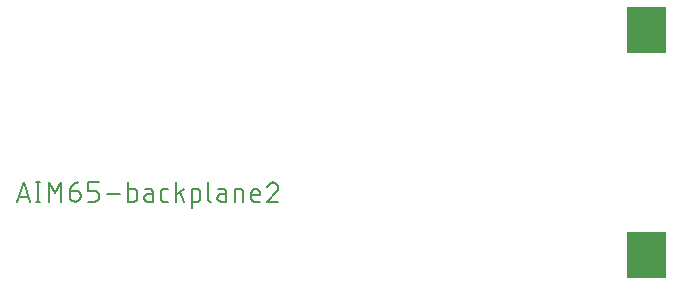
<source format=gto>
G04 EAGLE Gerber RS-274X export*
G75*
%MOMM*%
%FSLAX34Y34*%
%LPD*%
%INSilkscreen Top*%
%IPPOS*%
%AMOC8*
5,1,8,0,0,1.08239X$1,22.5*%
G01*
%ADD10C,0.152400*%

G36*
X981013Y240677D02*
X981013Y240677D01*
X981079Y240679D01*
X981122Y240697D01*
X981169Y240705D01*
X981226Y240739D01*
X981286Y240764D01*
X981321Y240795D01*
X981362Y240820D01*
X981404Y240871D01*
X981452Y240915D01*
X981474Y240957D01*
X981503Y240994D01*
X981524Y241056D01*
X981555Y241115D01*
X981563Y241169D01*
X981575Y241206D01*
X981574Y241246D01*
X981582Y241300D01*
X981582Y279400D01*
X981571Y279465D01*
X981569Y279531D01*
X981551Y279574D01*
X981543Y279621D01*
X981509Y279678D01*
X981484Y279738D01*
X981453Y279773D01*
X981428Y279814D01*
X981377Y279856D01*
X981333Y279904D01*
X981291Y279926D01*
X981254Y279955D01*
X981192Y279976D01*
X981133Y280007D01*
X981079Y280015D01*
X981042Y280027D01*
X981002Y280026D01*
X980948Y280034D01*
X949198Y280034D01*
X949133Y280023D01*
X949067Y280021D01*
X949024Y280003D01*
X948977Y279995D01*
X948920Y279961D01*
X948860Y279936D01*
X948825Y279905D01*
X948784Y279880D01*
X948743Y279829D01*
X948694Y279785D01*
X948672Y279743D01*
X948643Y279706D01*
X948622Y279644D01*
X948591Y279585D01*
X948583Y279531D01*
X948571Y279494D01*
X948572Y279454D01*
X948571Y279450D01*
X948571Y279449D01*
X948571Y279447D01*
X948564Y279400D01*
X948564Y241300D01*
X948575Y241235D01*
X948577Y241169D01*
X948595Y241126D01*
X948603Y241079D01*
X948637Y241022D01*
X948662Y240962D01*
X948693Y240927D01*
X948718Y240886D01*
X948769Y240845D01*
X948813Y240796D01*
X948855Y240774D01*
X948892Y240745D01*
X948954Y240724D01*
X949013Y240693D01*
X949067Y240685D01*
X949104Y240673D01*
X949144Y240674D01*
X949198Y240666D01*
X980948Y240666D01*
X981013Y240677D01*
G37*
G36*
X981013Y50177D02*
X981013Y50177D01*
X981079Y50179D01*
X981122Y50197D01*
X981169Y50205D01*
X981226Y50239D01*
X981286Y50264D01*
X981321Y50295D01*
X981362Y50320D01*
X981404Y50371D01*
X981452Y50415D01*
X981474Y50457D01*
X981503Y50494D01*
X981524Y50556D01*
X981555Y50615D01*
X981563Y50669D01*
X981575Y50706D01*
X981574Y50746D01*
X981582Y50800D01*
X981582Y88900D01*
X981571Y88965D01*
X981569Y89031D01*
X981551Y89074D01*
X981543Y89121D01*
X981509Y89178D01*
X981484Y89238D01*
X981453Y89273D01*
X981428Y89314D01*
X981377Y89356D01*
X981333Y89404D01*
X981291Y89426D01*
X981254Y89455D01*
X981192Y89476D01*
X981133Y89507D01*
X981079Y89515D01*
X981042Y89527D01*
X981002Y89526D01*
X980948Y89534D01*
X949198Y89534D01*
X949133Y89523D01*
X949067Y89521D01*
X949024Y89503D01*
X948977Y89495D01*
X948920Y89461D01*
X948860Y89436D01*
X948825Y89405D01*
X948784Y89380D01*
X948743Y89329D01*
X948694Y89285D01*
X948672Y89243D01*
X948643Y89206D01*
X948622Y89144D01*
X948591Y89085D01*
X948583Y89031D01*
X948571Y88994D01*
X948572Y88954D01*
X948571Y88950D01*
X948571Y88949D01*
X948571Y88947D01*
X948564Y88900D01*
X948564Y50800D01*
X948575Y50735D01*
X948577Y50669D01*
X948595Y50626D01*
X948603Y50579D01*
X948637Y50522D01*
X948662Y50462D01*
X948693Y50427D01*
X948718Y50386D01*
X948769Y50345D01*
X948813Y50296D01*
X948855Y50274D01*
X948892Y50245D01*
X948954Y50224D01*
X949013Y50193D01*
X949067Y50185D01*
X949104Y50173D01*
X949144Y50174D01*
X949198Y50166D01*
X980948Y50166D01*
X981013Y50177D01*
G37*
D10*
X432562Y115062D02*
X437981Y131318D01*
X443399Y115062D01*
X442045Y119126D02*
X433917Y119126D01*
X450486Y115062D02*
X450486Y131318D01*
X448679Y115062D02*
X452292Y115062D01*
X452292Y131318D02*
X448679Y131318D01*
X459135Y131318D02*
X459135Y115062D01*
X464554Y122287D02*
X459135Y131318D01*
X464554Y122287D02*
X469972Y131318D01*
X469972Y115062D01*
X477233Y124093D02*
X482651Y124093D01*
X482769Y124091D01*
X482887Y124085D01*
X483005Y124076D01*
X483122Y124062D01*
X483239Y124045D01*
X483356Y124024D01*
X483471Y123999D01*
X483586Y123970D01*
X483700Y123937D01*
X483812Y123901D01*
X483923Y123861D01*
X484033Y123818D01*
X484142Y123771D01*
X484249Y123721D01*
X484354Y123666D01*
X484457Y123609D01*
X484558Y123548D01*
X484658Y123484D01*
X484755Y123417D01*
X484850Y123347D01*
X484942Y123273D01*
X485033Y123197D01*
X485120Y123117D01*
X485205Y123035D01*
X485287Y122950D01*
X485367Y122863D01*
X485443Y122772D01*
X485517Y122680D01*
X485587Y122585D01*
X485654Y122488D01*
X485718Y122388D01*
X485779Y122287D01*
X485836Y122184D01*
X485891Y122079D01*
X485941Y121972D01*
X485988Y121863D01*
X486031Y121753D01*
X486071Y121642D01*
X486107Y121530D01*
X486140Y121416D01*
X486169Y121301D01*
X486194Y121186D01*
X486215Y121069D01*
X486232Y120952D01*
X486246Y120835D01*
X486255Y120717D01*
X486261Y120599D01*
X486263Y120481D01*
X486264Y120481D02*
X486264Y119578D01*
X486262Y119445D01*
X486256Y119313D01*
X486246Y119181D01*
X486233Y119049D01*
X486215Y118917D01*
X486194Y118787D01*
X486169Y118656D01*
X486140Y118527D01*
X486107Y118399D01*
X486071Y118271D01*
X486031Y118145D01*
X485987Y118020D01*
X485939Y117896D01*
X485888Y117774D01*
X485833Y117653D01*
X485775Y117534D01*
X485713Y117416D01*
X485648Y117301D01*
X485579Y117187D01*
X485508Y117076D01*
X485432Y116967D01*
X485354Y116860D01*
X485273Y116755D01*
X485188Y116653D01*
X485101Y116553D01*
X485011Y116456D01*
X484918Y116361D01*
X484822Y116270D01*
X484724Y116181D01*
X484623Y116095D01*
X484519Y116012D01*
X484413Y115932D01*
X484305Y115856D01*
X484195Y115782D01*
X484082Y115712D01*
X483968Y115645D01*
X483851Y115582D01*
X483733Y115522D01*
X483613Y115465D01*
X483491Y115412D01*
X483368Y115363D01*
X483244Y115317D01*
X483118Y115275D01*
X482991Y115237D01*
X482863Y115202D01*
X482734Y115171D01*
X482605Y115144D01*
X482474Y115121D01*
X482343Y115101D01*
X482211Y115086D01*
X482079Y115074D01*
X481947Y115066D01*
X481814Y115062D01*
X481682Y115062D01*
X481549Y115066D01*
X481417Y115074D01*
X481285Y115086D01*
X481153Y115101D01*
X481022Y115121D01*
X480891Y115144D01*
X480762Y115171D01*
X480633Y115202D01*
X480505Y115237D01*
X480378Y115275D01*
X480252Y115317D01*
X480128Y115363D01*
X480005Y115412D01*
X479883Y115465D01*
X479763Y115522D01*
X479645Y115582D01*
X479528Y115645D01*
X479414Y115712D01*
X479301Y115782D01*
X479191Y115856D01*
X479083Y115932D01*
X478977Y116012D01*
X478873Y116095D01*
X478772Y116181D01*
X478674Y116270D01*
X478578Y116361D01*
X478485Y116456D01*
X478395Y116553D01*
X478308Y116653D01*
X478223Y116755D01*
X478142Y116860D01*
X478064Y116967D01*
X477988Y117076D01*
X477917Y117187D01*
X477848Y117301D01*
X477783Y117416D01*
X477721Y117534D01*
X477663Y117653D01*
X477608Y117774D01*
X477557Y117896D01*
X477509Y118020D01*
X477465Y118145D01*
X477425Y118271D01*
X477389Y118399D01*
X477356Y118527D01*
X477327Y118656D01*
X477302Y118787D01*
X477281Y118917D01*
X477263Y119049D01*
X477250Y119181D01*
X477240Y119313D01*
X477234Y119445D01*
X477232Y119578D01*
X477233Y119578D02*
X477233Y124093D01*
X477232Y124093D02*
X477234Y124270D01*
X477241Y124448D01*
X477252Y124625D01*
X477267Y124801D01*
X477286Y124977D01*
X477310Y125153D01*
X477338Y125328D01*
X477371Y125503D01*
X477408Y125676D01*
X477449Y125849D01*
X477494Y126020D01*
X477543Y126190D01*
X477597Y126359D01*
X477654Y126527D01*
X477716Y126693D01*
X477782Y126858D01*
X477852Y127021D01*
X477926Y127182D01*
X478003Y127341D01*
X478085Y127499D01*
X478171Y127654D01*
X478260Y127807D01*
X478353Y127958D01*
X478450Y128107D01*
X478550Y128253D01*
X478654Y128397D01*
X478761Y128538D01*
X478872Y128676D01*
X478986Y128812D01*
X479104Y128945D01*
X479224Y129075D01*
X479348Y129202D01*
X479475Y129326D01*
X479605Y129446D01*
X479738Y129564D01*
X479873Y129678D01*
X480012Y129789D01*
X480153Y129896D01*
X480297Y130000D01*
X480443Y130100D01*
X480592Y130197D01*
X480743Y130290D01*
X480896Y130379D01*
X481051Y130465D01*
X481209Y130547D01*
X481368Y130624D01*
X481529Y130698D01*
X481692Y130768D01*
X481857Y130834D01*
X482023Y130896D01*
X482191Y130953D01*
X482360Y131007D01*
X482530Y131056D01*
X482701Y131101D01*
X482874Y131142D01*
X483047Y131179D01*
X483222Y131212D01*
X483397Y131240D01*
X483573Y131264D01*
X483749Y131283D01*
X483925Y131298D01*
X484102Y131309D01*
X484280Y131316D01*
X484457Y131318D01*
X492864Y115062D02*
X498282Y115062D01*
X498400Y115064D01*
X498518Y115070D01*
X498636Y115079D01*
X498753Y115093D01*
X498870Y115110D01*
X498987Y115131D01*
X499102Y115156D01*
X499217Y115185D01*
X499331Y115218D01*
X499443Y115254D01*
X499554Y115294D01*
X499664Y115337D01*
X499773Y115384D01*
X499880Y115434D01*
X499985Y115489D01*
X500088Y115546D01*
X500189Y115607D01*
X500289Y115671D01*
X500386Y115738D01*
X500481Y115808D01*
X500573Y115882D01*
X500664Y115958D01*
X500751Y116038D01*
X500836Y116120D01*
X500918Y116205D01*
X500998Y116292D01*
X501074Y116383D01*
X501148Y116475D01*
X501218Y116570D01*
X501285Y116667D01*
X501349Y116767D01*
X501410Y116868D01*
X501467Y116971D01*
X501522Y117076D01*
X501572Y117183D01*
X501619Y117292D01*
X501662Y117402D01*
X501702Y117513D01*
X501738Y117625D01*
X501771Y117739D01*
X501800Y117854D01*
X501825Y117969D01*
X501846Y118086D01*
X501863Y118203D01*
X501877Y118320D01*
X501886Y118438D01*
X501892Y118556D01*
X501894Y118674D01*
X501895Y118674D02*
X501895Y120481D01*
X501894Y120481D02*
X501892Y120599D01*
X501886Y120717D01*
X501877Y120835D01*
X501863Y120952D01*
X501846Y121069D01*
X501825Y121186D01*
X501800Y121301D01*
X501771Y121416D01*
X501738Y121530D01*
X501702Y121642D01*
X501662Y121753D01*
X501619Y121863D01*
X501572Y121972D01*
X501522Y122079D01*
X501467Y122184D01*
X501410Y122287D01*
X501349Y122388D01*
X501285Y122488D01*
X501218Y122585D01*
X501148Y122680D01*
X501074Y122772D01*
X500998Y122863D01*
X500918Y122950D01*
X500836Y123035D01*
X500751Y123117D01*
X500664Y123197D01*
X500573Y123273D01*
X500481Y123347D01*
X500386Y123417D01*
X500289Y123484D01*
X500189Y123548D01*
X500088Y123609D01*
X499985Y123666D01*
X499880Y123721D01*
X499773Y123771D01*
X499664Y123818D01*
X499554Y123861D01*
X499443Y123901D01*
X499331Y123937D01*
X499217Y123970D01*
X499102Y123999D01*
X498987Y124024D01*
X498870Y124045D01*
X498753Y124062D01*
X498636Y124076D01*
X498518Y124085D01*
X498400Y124091D01*
X498282Y124093D01*
X492864Y124093D01*
X492864Y131318D01*
X501895Y131318D01*
X508634Y121384D02*
X519471Y121384D01*
X526666Y115062D02*
X526666Y131318D01*
X526666Y115062D02*
X531181Y115062D01*
X531285Y115064D01*
X531388Y115070D01*
X531492Y115080D01*
X531595Y115094D01*
X531697Y115112D01*
X531798Y115133D01*
X531899Y115159D01*
X531998Y115188D01*
X532097Y115221D01*
X532194Y115258D01*
X532289Y115299D01*
X532383Y115343D01*
X532475Y115391D01*
X532565Y115442D01*
X532654Y115497D01*
X532740Y115555D01*
X532823Y115617D01*
X532905Y115681D01*
X532983Y115749D01*
X533059Y115819D01*
X533133Y115892D01*
X533203Y115969D01*
X533271Y116047D01*
X533335Y116129D01*
X533397Y116212D01*
X533455Y116298D01*
X533510Y116387D01*
X533561Y116477D01*
X533609Y116569D01*
X533653Y116663D01*
X533694Y116758D01*
X533731Y116855D01*
X533764Y116954D01*
X533793Y117053D01*
X533819Y117154D01*
X533840Y117255D01*
X533858Y117357D01*
X533872Y117460D01*
X533882Y117564D01*
X533888Y117667D01*
X533890Y117771D01*
X533891Y117771D02*
X533891Y123190D01*
X533890Y123190D02*
X533888Y123291D01*
X533882Y123392D01*
X533873Y123493D01*
X533860Y123594D01*
X533843Y123694D01*
X533822Y123793D01*
X533798Y123891D01*
X533770Y123988D01*
X533738Y124085D01*
X533703Y124180D01*
X533664Y124273D01*
X533622Y124365D01*
X533576Y124456D01*
X533527Y124545D01*
X533475Y124631D01*
X533419Y124716D01*
X533361Y124799D01*
X533299Y124879D01*
X533234Y124957D01*
X533167Y125033D01*
X533097Y125106D01*
X533024Y125176D01*
X532948Y125243D01*
X532870Y125308D01*
X532790Y125370D01*
X532707Y125428D01*
X532622Y125484D01*
X532536Y125536D01*
X532447Y125585D01*
X532356Y125631D01*
X532264Y125673D01*
X532171Y125712D01*
X532076Y125747D01*
X531979Y125779D01*
X531882Y125807D01*
X531784Y125831D01*
X531685Y125852D01*
X531585Y125869D01*
X531484Y125882D01*
X531383Y125891D01*
X531282Y125897D01*
X531181Y125899D01*
X526666Y125899D01*
X543227Y121384D02*
X547291Y121384D01*
X543227Y121384D02*
X543115Y121382D01*
X543004Y121376D01*
X542893Y121366D01*
X542782Y121353D01*
X542672Y121335D01*
X542563Y121313D01*
X542454Y121288D01*
X542346Y121259D01*
X542240Y121226D01*
X542134Y121189D01*
X542030Y121149D01*
X541928Y121105D01*
X541827Y121057D01*
X541728Y121006D01*
X541630Y120951D01*
X541535Y120893D01*
X541442Y120832D01*
X541351Y120767D01*
X541262Y120699D01*
X541176Y120628D01*
X541093Y120555D01*
X541012Y120478D01*
X540933Y120398D01*
X540858Y120316D01*
X540786Y120231D01*
X540716Y120144D01*
X540650Y120054D01*
X540587Y119962D01*
X540527Y119867D01*
X540471Y119771D01*
X540418Y119673D01*
X540369Y119573D01*
X540323Y119471D01*
X540281Y119368D01*
X540242Y119263D01*
X540207Y119157D01*
X540176Y119050D01*
X540149Y118942D01*
X540125Y118833D01*
X540106Y118723D01*
X540090Y118613D01*
X540078Y118502D01*
X540070Y118390D01*
X540066Y118279D01*
X540066Y118167D01*
X540070Y118056D01*
X540078Y117944D01*
X540090Y117833D01*
X540106Y117723D01*
X540125Y117613D01*
X540149Y117504D01*
X540176Y117396D01*
X540207Y117289D01*
X540242Y117183D01*
X540281Y117078D01*
X540323Y116975D01*
X540369Y116873D01*
X540418Y116773D01*
X540471Y116675D01*
X540527Y116579D01*
X540587Y116484D01*
X540650Y116392D01*
X540716Y116302D01*
X540786Y116215D01*
X540858Y116130D01*
X540933Y116048D01*
X541012Y115968D01*
X541093Y115891D01*
X541176Y115818D01*
X541262Y115747D01*
X541351Y115679D01*
X541442Y115614D01*
X541535Y115553D01*
X541630Y115495D01*
X541728Y115440D01*
X541827Y115389D01*
X541928Y115341D01*
X542030Y115297D01*
X542134Y115257D01*
X542240Y115220D01*
X542346Y115187D01*
X542454Y115158D01*
X542563Y115133D01*
X542672Y115111D01*
X542782Y115093D01*
X542893Y115080D01*
X543004Y115070D01*
X543115Y115064D01*
X543227Y115062D01*
X547291Y115062D01*
X547291Y123190D01*
X547289Y123291D01*
X547283Y123392D01*
X547274Y123493D01*
X547261Y123594D01*
X547244Y123694D01*
X547223Y123793D01*
X547199Y123891D01*
X547171Y123988D01*
X547139Y124085D01*
X547104Y124180D01*
X547065Y124273D01*
X547023Y124365D01*
X546977Y124456D01*
X546928Y124545D01*
X546876Y124631D01*
X546820Y124716D01*
X546762Y124799D01*
X546700Y124879D01*
X546635Y124957D01*
X546568Y125033D01*
X546498Y125106D01*
X546425Y125176D01*
X546349Y125243D01*
X546271Y125308D01*
X546191Y125370D01*
X546108Y125428D01*
X546023Y125484D01*
X545937Y125536D01*
X545848Y125585D01*
X545757Y125631D01*
X545665Y125673D01*
X545572Y125712D01*
X545477Y125747D01*
X545380Y125779D01*
X545283Y125807D01*
X545185Y125831D01*
X545086Y125852D01*
X544986Y125869D01*
X544885Y125882D01*
X544784Y125891D01*
X544683Y125897D01*
X544582Y125899D01*
X540969Y125899D01*
X556934Y115062D02*
X560547Y115062D01*
X556934Y115062D02*
X556833Y115064D01*
X556732Y115070D01*
X556631Y115079D01*
X556530Y115092D01*
X556430Y115109D01*
X556331Y115130D01*
X556233Y115154D01*
X556136Y115182D01*
X556039Y115214D01*
X555944Y115249D01*
X555851Y115288D01*
X555759Y115330D01*
X555668Y115376D01*
X555580Y115425D01*
X555493Y115477D01*
X555408Y115533D01*
X555325Y115591D01*
X555245Y115653D01*
X555167Y115718D01*
X555091Y115785D01*
X555018Y115855D01*
X554948Y115928D01*
X554881Y116004D01*
X554816Y116082D01*
X554754Y116162D01*
X554696Y116245D01*
X554640Y116330D01*
X554588Y116417D01*
X554539Y116505D01*
X554493Y116596D01*
X554451Y116688D01*
X554412Y116781D01*
X554377Y116876D01*
X554345Y116973D01*
X554317Y117070D01*
X554293Y117168D01*
X554272Y117267D01*
X554255Y117367D01*
X554242Y117468D01*
X554233Y117569D01*
X554227Y117670D01*
X554225Y117771D01*
X554225Y123190D01*
X554227Y123291D01*
X554233Y123392D01*
X554242Y123493D01*
X554255Y123594D01*
X554272Y123694D01*
X554293Y123793D01*
X554317Y123891D01*
X554345Y123988D01*
X554377Y124085D01*
X554412Y124180D01*
X554451Y124273D01*
X554493Y124365D01*
X554539Y124456D01*
X554588Y124545D01*
X554640Y124631D01*
X554696Y124716D01*
X554754Y124799D01*
X554816Y124879D01*
X554881Y124957D01*
X554948Y125033D01*
X555018Y125106D01*
X555091Y125176D01*
X555167Y125243D01*
X555245Y125308D01*
X555325Y125370D01*
X555408Y125428D01*
X555493Y125484D01*
X555580Y125536D01*
X555668Y125585D01*
X555759Y125631D01*
X555851Y125673D01*
X555944Y125712D01*
X556039Y125747D01*
X556136Y125779D01*
X556233Y125807D01*
X556331Y125831D01*
X556430Y125852D01*
X556530Y125869D01*
X556631Y125882D01*
X556732Y125891D01*
X556833Y125897D01*
X556934Y125899D01*
X560547Y125899D01*
X566881Y131318D02*
X566881Y115062D01*
X566881Y120481D02*
X574106Y125899D01*
X570042Y122738D02*
X574106Y115062D01*
X580333Y109643D02*
X580333Y125899D01*
X584848Y125899D01*
X584952Y125897D01*
X585055Y125891D01*
X585159Y125881D01*
X585262Y125867D01*
X585364Y125849D01*
X585465Y125828D01*
X585566Y125802D01*
X585665Y125773D01*
X585764Y125740D01*
X585861Y125703D01*
X585956Y125662D01*
X586050Y125618D01*
X586142Y125570D01*
X586232Y125519D01*
X586321Y125464D01*
X586407Y125406D01*
X586490Y125344D01*
X586572Y125280D01*
X586650Y125212D01*
X586726Y125142D01*
X586800Y125069D01*
X586870Y124992D01*
X586938Y124914D01*
X587002Y124832D01*
X587064Y124749D01*
X587122Y124663D01*
X587177Y124574D01*
X587228Y124484D01*
X587276Y124392D01*
X587320Y124298D01*
X587361Y124203D01*
X587398Y124106D01*
X587431Y124007D01*
X587460Y123908D01*
X587486Y123807D01*
X587507Y123706D01*
X587525Y123604D01*
X587539Y123501D01*
X587549Y123397D01*
X587555Y123294D01*
X587557Y123190D01*
X587558Y123190D02*
X587558Y117771D01*
X587557Y117771D02*
X587555Y117670D01*
X587549Y117569D01*
X587540Y117468D01*
X587527Y117367D01*
X587510Y117267D01*
X587489Y117168D01*
X587465Y117070D01*
X587437Y116973D01*
X587405Y116876D01*
X587370Y116781D01*
X587331Y116688D01*
X587289Y116596D01*
X587243Y116505D01*
X587194Y116416D01*
X587142Y116330D01*
X587086Y116245D01*
X587028Y116162D01*
X586966Y116082D01*
X586901Y116004D01*
X586834Y115928D01*
X586764Y115855D01*
X586691Y115785D01*
X586615Y115718D01*
X586537Y115653D01*
X586457Y115591D01*
X586374Y115533D01*
X586289Y115477D01*
X586203Y115425D01*
X586114Y115376D01*
X586023Y115330D01*
X585931Y115288D01*
X585838Y115249D01*
X585743Y115214D01*
X585646Y115182D01*
X585549Y115154D01*
X585451Y115130D01*
X585352Y115109D01*
X585252Y115092D01*
X585151Y115079D01*
X585050Y115070D01*
X584949Y115064D01*
X584848Y115062D01*
X580333Y115062D01*
X594044Y117771D02*
X594044Y131318D01*
X594044Y117771D02*
X594046Y117670D01*
X594052Y117569D01*
X594061Y117468D01*
X594074Y117367D01*
X594091Y117267D01*
X594112Y117168D01*
X594136Y117070D01*
X594164Y116973D01*
X594196Y116876D01*
X594231Y116781D01*
X594270Y116688D01*
X594312Y116596D01*
X594358Y116505D01*
X594407Y116417D01*
X594459Y116330D01*
X594515Y116245D01*
X594573Y116162D01*
X594635Y116082D01*
X594700Y116004D01*
X594767Y115928D01*
X594837Y115855D01*
X594910Y115785D01*
X594986Y115718D01*
X595064Y115653D01*
X595144Y115591D01*
X595227Y115533D01*
X595312Y115477D01*
X595399Y115425D01*
X595487Y115376D01*
X595578Y115330D01*
X595670Y115288D01*
X595763Y115249D01*
X595858Y115214D01*
X595955Y115182D01*
X596052Y115154D01*
X596150Y115130D01*
X596249Y115109D01*
X596349Y115092D01*
X596450Y115079D01*
X596551Y115070D01*
X596652Y115064D01*
X596753Y115062D01*
X605231Y121384D02*
X609295Y121384D01*
X605231Y121384D02*
X605119Y121382D01*
X605008Y121376D01*
X604897Y121366D01*
X604786Y121353D01*
X604676Y121335D01*
X604567Y121313D01*
X604458Y121288D01*
X604350Y121259D01*
X604244Y121226D01*
X604138Y121189D01*
X604034Y121149D01*
X603932Y121105D01*
X603831Y121057D01*
X603732Y121006D01*
X603634Y120951D01*
X603539Y120893D01*
X603446Y120832D01*
X603355Y120767D01*
X603266Y120699D01*
X603180Y120628D01*
X603097Y120555D01*
X603016Y120478D01*
X602937Y120398D01*
X602862Y120316D01*
X602790Y120231D01*
X602720Y120144D01*
X602654Y120054D01*
X602591Y119962D01*
X602531Y119867D01*
X602475Y119771D01*
X602422Y119673D01*
X602373Y119573D01*
X602327Y119471D01*
X602285Y119368D01*
X602246Y119263D01*
X602211Y119157D01*
X602180Y119050D01*
X602153Y118942D01*
X602129Y118833D01*
X602110Y118723D01*
X602094Y118613D01*
X602082Y118502D01*
X602074Y118390D01*
X602070Y118279D01*
X602070Y118167D01*
X602074Y118056D01*
X602082Y117944D01*
X602094Y117833D01*
X602110Y117723D01*
X602129Y117613D01*
X602153Y117504D01*
X602180Y117396D01*
X602211Y117289D01*
X602246Y117183D01*
X602285Y117078D01*
X602327Y116975D01*
X602373Y116873D01*
X602422Y116773D01*
X602475Y116675D01*
X602531Y116579D01*
X602591Y116484D01*
X602654Y116392D01*
X602720Y116302D01*
X602790Y116215D01*
X602862Y116130D01*
X602937Y116048D01*
X603016Y115968D01*
X603097Y115891D01*
X603180Y115818D01*
X603266Y115747D01*
X603355Y115679D01*
X603446Y115614D01*
X603539Y115553D01*
X603634Y115495D01*
X603732Y115440D01*
X603831Y115389D01*
X603932Y115341D01*
X604034Y115297D01*
X604138Y115257D01*
X604244Y115220D01*
X604350Y115187D01*
X604458Y115158D01*
X604567Y115133D01*
X604676Y115111D01*
X604786Y115093D01*
X604897Y115080D01*
X605008Y115070D01*
X605119Y115064D01*
X605231Y115062D01*
X609295Y115062D01*
X609295Y123190D01*
X609293Y123291D01*
X609287Y123392D01*
X609278Y123493D01*
X609265Y123594D01*
X609248Y123694D01*
X609227Y123793D01*
X609203Y123891D01*
X609175Y123988D01*
X609143Y124085D01*
X609108Y124180D01*
X609069Y124273D01*
X609027Y124365D01*
X608981Y124456D01*
X608932Y124545D01*
X608880Y124631D01*
X608824Y124716D01*
X608766Y124799D01*
X608704Y124879D01*
X608639Y124957D01*
X608572Y125033D01*
X608502Y125106D01*
X608429Y125176D01*
X608353Y125243D01*
X608275Y125308D01*
X608195Y125370D01*
X608112Y125428D01*
X608027Y125484D01*
X607941Y125536D01*
X607852Y125585D01*
X607761Y125631D01*
X607669Y125673D01*
X607576Y125712D01*
X607481Y125747D01*
X607384Y125779D01*
X607287Y125807D01*
X607189Y125831D01*
X607090Y125852D01*
X606990Y125869D01*
X606889Y125882D01*
X606788Y125891D01*
X606687Y125897D01*
X606586Y125899D01*
X602973Y125899D01*
X616732Y125899D02*
X616732Y115062D01*
X616732Y125899D02*
X621248Y125899D01*
X621352Y125897D01*
X621455Y125891D01*
X621559Y125881D01*
X621662Y125867D01*
X621764Y125849D01*
X621865Y125828D01*
X621966Y125802D01*
X622065Y125773D01*
X622164Y125740D01*
X622261Y125703D01*
X622356Y125662D01*
X622450Y125618D01*
X622542Y125570D01*
X622632Y125519D01*
X622721Y125464D01*
X622807Y125406D01*
X622890Y125344D01*
X622972Y125280D01*
X623050Y125212D01*
X623126Y125142D01*
X623200Y125069D01*
X623270Y124992D01*
X623338Y124914D01*
X623402Y124832D01*
X623464Y124749D01*
X623522Y124663D01*
X623577Y124574D01*
X623628Y124484D01*
X623676Y124392D01*
X623720Y124298D01*
X623761Y124203D01*
X623798Y124106D01*
X623831Y124007D01*
X623860Y123908D01*
X623886Y123807D01*
X623907Y123706D01*
X623925Y123604D01*
X623939Y123501D01*
X623949Y123397D01*
X623955Y123294D01*
X623957Y123190D01*
X623957Y115062D01*
X633510Y115062D02*
X638025Y115062D01*
X633510Y115062D02*
X633409Y115064D01*
X633308Y115070D01*
X633207Y115079D01*
X633106Y115092D01*
X633006Y115109D01*
X632907Y115130D01*
X632809Y115154D01*
X632712Y115182D01*
X632615Y115214D01*
X632520Y115249D01*
X632427Y115288D01*
X632335Y115330D01*
X632244Y115376D01*
X632156Y115425D01*
X632069Y115477D01*
X631984Y115533D01*
X631901Y115591D01*
X631821Y115653D01*
X631743Y115718D01*
X631667Y115785D01*
X631594Y115855D01*
X631524Y115928D01*
X631457Y116004D01*
X631392Y116082D01*
X631330Y116162D01*
X631272Y116245D01*
X631216Y116330D01*
X631164Y116417D01*
X631115Y116505D01*
X631069Y116596D01*
X631027Y116688D01*
X630988Y116781D01*
X630953Y116876D01*
X630921Y116973D01*
X630893Y117070D01*
X630869Y117168D01*
X630848Y117267D01*
X630831Y117367D01*
X630818Y117468D01*
X630809Y117569D01*
X630803Y117670D01*
X630801Y117771D01*
X630801Y122287D01*
X630803Y122406D01*
X630809Y122526D01*
X630819Y122645D01*
X630833Y122763D01*
X630850Y122882D01*
X630872Y122999D01*
X630897Y123116D01*
X630927Y123231D01*
X630960Y123346D01*
X630997Y123460D01*
X631037Y123572D01*
X631082Y123683D01*
X631130Y123792D01*
X631181Y123900D01*
X631236Y124006D01*
X631295Y124110D01*
X631357Y124212D01*
X631422Y124312D01*
X631491Y124410D01*
X631563Y124506D01*
X631638Y124599D01*
X631715Y124689D01*
X631796Y124777D01*
X631880Y124862D01*
X631967Y124944D01*
X632056Y125024D01*
X632148Y125100D01*
X632242Y125174D01*
X632339Y125244D01*
X632437Y125311D01*
X632538Y125375D01*
X632642Y125435D01*
X632747Y125492D01*
X632854Y125545D01*
X632962Y125595D01*
X633072Y125641D01*
X633184Y125683D01*
X633297Y125722D01*
X633411Y125757D01*
X633526Y125788D01*
X633643Y125816D01*
X633760Y125839D01*
X633877Y125859D01*
X633996Y125875D01*
X634115Y125887D01*
X634234Y125895D01*
X634353Y125899D01*
X634473Y125899D01*
X634592Y125895D01*
X634711Y125887D01*
X634830Y125875D01*
X634949Y125859D01*
X635066Y125839D01*
X635183Y125816D01*
X635300Y125788D01*
X635415Y125757D01*
X635529Y125722D01*
X635642Y125683D01*
X635754Y125641D01*
X635864Y125595D01*
X635972Y125545D01*
X636079Y125492D01*
X636184Y125435D01*
X636288Y125375D01*
X636389Y125311D01*
X636487Y125244D01*
X636584Y125174D01*
X636678Y125100D01*
X636770Y125024D01*
X636859Y124944D01*
X636946Y124862D01*
X637030Y124777D01*
X637111Y124689D01*
X637188Y124599D01*
X637263Y124506D01*
X637335Y124410D01*
X637404Y124312D01*
X637469Y124212D01*
X637531Y124110D01*
X637590Y124006D01*
X637645Y123900D01*
X637696Y123792D01*
X637744Y123683D01*
X637789Y123572D01*
X637829Y123460D01*
X637866Y123346D01*
X637899Y123231D01*
X637929Y123116D01*
X637954Y122999D01*
X637976Y122882D01*
X637993Y122763D01*
X638007Y122645D01*
X638017Y122526D01*
X638023Y122406D01*
X638025Y122287D01*
X638025Y120481D01*
X630801Y120481D01*
X649454Y131318D02*
X649579Y131316D01*
X649704Y131310D01*
X649829Y131301D01*
X649953Y131287D01*
X650077Y131270D01*
X650201Y131249D01*
X650323Y131224D01*
X650445Y131195D01*
X650566Y131163D01*
X650686Y131127D01*
X650805Y131087D01*
X650922Y131044D01*
X651038Y130997D01*
X651153Y130946D01*
X651265Y130892D01*
X651377Y130834D01*
X651486Y130774D01*
X651593Y130709D01*
X651699Y130642D01*
X651802Y130571D01*
X651903Y130497D01*
X652002Y130420D01*
X652098Y130340D01*
X652192Y130257D01*
X652283Y130172D01*
X652372Y130083D01*
X652457Y129992D01*
X652540Y129898D01*
X652620Y129802D01*
X652697Y129703D01*
X652771Y129602D01*
X652842Y129499D01*
X652909Y129393D01*
X652974Y129286D01*
X653034Y129177D01*
X653092Y129065D01*
X653146Y128953D01*
X653197Y128838D01*
X653244Y128722D01*
X653287Y128605D01*
X653327Y128486D01*
X653363Y128366D01*
X653395Y128245D01*
X653424Y128123D01*
X653449Y128001D01*
X653470Y127877D01*
X653487Y127753D01*
X653501Y127629D01*
X653510Y127504D01*
X653516Y127379D01*
X653518Y127254D01*
X649454Y131318D02*
X649311Y131316D01*
X649169Y131310D01*
X649026Y131300D01*
X648884Y131287D01*
X648743Y131269D01*
X648601Y131248D01*
X648461Y131223D01*
X648321Y131194D01*
X648182Y131161D01*
X648044Y131124D01*
X647907Y131084D01*
X647772Y131040D01*
X647637Y130992D01*
X647504Y130940D01*
X647372Y130885D01*
X647242Y130826D01*
X647114Y130764D01*
X646987Y130698D01*
X646862Y130629D01*
X646739Y130557D01*
X646619Y130481D01*
X646500Y130402D01*
X646383Y130319D01*
X646269Y130234D01*
X646157Y130145D01*
X646048Y130054D01*
X645941Y129959D01*
X645836Y129862D01*
X645735Y129761D01*
X645636Y129658D01*
X645540Y129553D01*
X645447Y129444D01*
X645357Y129333D01*
X645270Y129220D01*
X645186Y129105D01*
X645106Y128987D01*
X645028Y128867D01*
X644954Y128745D01*
X644884Y128621D01*
X644816Y128495D01*
X644753Y128367D01*
X644692Y128238D01*
X644635Y128107D01*
X644582Y127975D01*
X644533Y127841D01*
X644487Y127706D01*
X652163Y124093D02*
X652257Y124185D01*
X652347Y124279D01*
X652435Y124376D01*
X652520Y124476D01*
X652602Y124578D01*
X652681Y124683D01*
X652756Y124790D01*
X652828Y124899D01*
X652897Y125010D01*
X652963Y125124D01*
X653025Y125239D01*
X653084Y125356D01*
X653139Y125475D01*
X653190Y125595D01*
X653238Y125717D01*
X653283Y125840D01*
X653323Y125964D01*
X653360Y126090D01*
X653393Y126217D01*
X653422Y126344D01*
X653448Y126473D01*
X653469Y126602D01*
X653487Y126732D01*
X653500Y126862D01*
X653510Y126992D01*
X653516Y127123D01*
X653518Y127254D01*
X652163Y124093D02*
X644487Y115062D01*
X653518Y115062D01*
M02*

</source>
